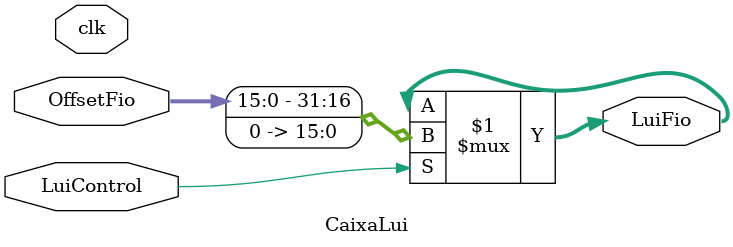
<source format=v>
module CaixaLui(input wire [0:0] LuiControl, input wire [0:0] clk, input wire [15:0] OffsetFio, output wire [31:0] LuiFio);

assign LuiFio = (LuiControl) ? {OffsetFio,16'd0} : LuiFio;

endmodule 
</source>
